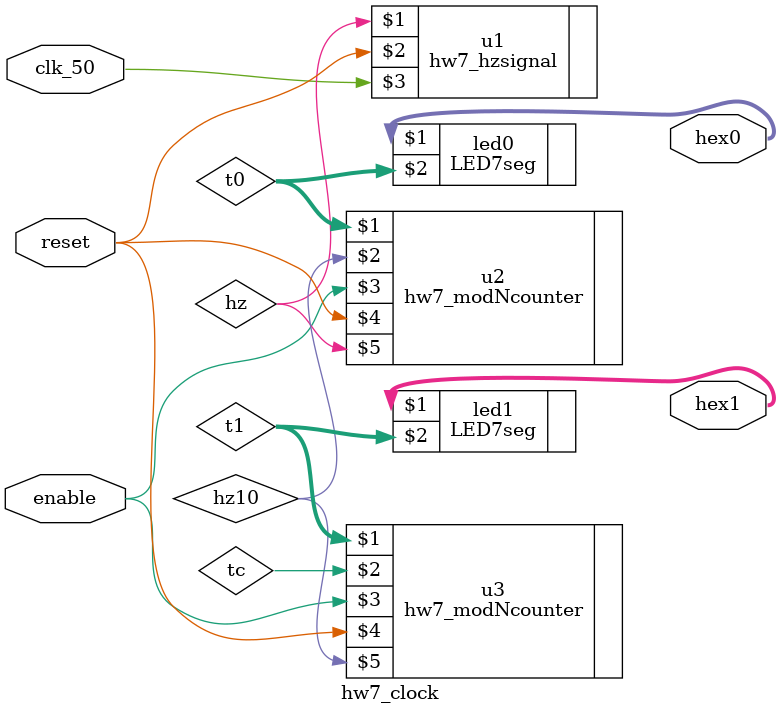
<source format=v>
module hw7_clock(hex1, hex0, enable, reset, clk_50);
	output [0:6] hex1, hex0;
	input enable, reset, clk_50;
	wire [3:0] t1, t0;
	wire hz, hz10, tc;
	
	hw7_hzsignal u1(hz, reset, clk_50);
	hw7_modNcounter #(.n(10), .m(4)) u2 (t0, hz10, enable, reset, hz);
	hw7_modNcounter #(.n(6), .m(4)) u3 (t1, tc, enable, reset, hz10);
	
	LED7seg led0 (hex0, t0);
	LED7seg led1 (hex1, t1);
endmodule
</source>
